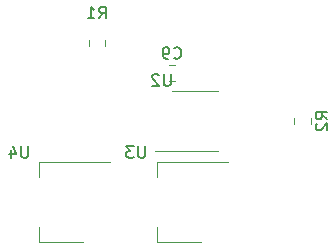
<source format=gbr>
G04 #@! TF.GenerationSoftware,KiCad,Pcbnew,(5.1.2-1)-1*
G04 #@! TF.CreationDate,2020-02-16T12:27:45-05:00*
G04 #@! TF.ProjectId,Delibird,44656c69-6269-4726-942e-6b696361645f,rev?*
G04 #@! TF.SameCoordinates,Original*
G04 #@! TF.FileFunction,Legend,Bot*
G04 #@! TF.FilePolarity,Positive*
%FSLAX46Y46*%
G04 Gerber Fmt 4.6, Leading zero omitted, Abs format (unit mm)*
G04 Created by KiCad (PCBNEW (5.1.2-1)-1) date 2020-02-16 12:27:45*
%MOMM*%
%LPD*%
G04 APERTURE LIST*
%ADD10C,0.120000*%
%ADD11C,0.150000*%
G04 APERTURE END LIST*
D10*
X37218252Y-21411000D02*
X36695748Y-21411000D01*
X37218252Y-19991000D02*
X36695748Y-19991000D01*
X47296000Y-25026252D02*
X47296000Y-24503748D01*
X48716000Y-25026252D02*
X48716000Y-24503748D01*
X41667000Y-28213000D02*
X35657000Y-28213000D01*
X39417000Y-35033000D02*
X35657000Y-35033000D01*
X35657000Y-28213000D02*
X35657000Y-29473000D01*
X35657000Y-35033000D02*
X35657000Y-33773000D01*
X38927000Y-27325000D02*
X35477000Y-27325000D01*
X38927000Y-27325000D02*
X40877000Y-27325000D01*
X38927000Y-22205000D02*
X36977000Y-22205000D01*
X38927000Y-22205000D02*
X40877000Y-22205000D01*
X29897000Y-18431252D02*
X29897000Y-17908748D01*
X31317000Y-18431252D02*
X31317000Y-17908748D01*
X31684000Y-28213000D02*
X25674000Y-28213000D01*
X29434000Y-35033000D02*
X25674000Y-35033000D01*
X25674000Y-28213000D02*
X25674000Y-29473000D01*
X25674000Y-35033000D02*
X25674000Y-33773000D01*
D11*
X37123666Y-19408142D02*
X37171285Y-19455761D01*
X37314142Y-19503380D01*
X37409380Y-19503380D01*
X37552238Y-19455761D01*
X37647476Y-19360523D01*
X37695095Y-19265285D01*
X37742714Y-19074809D01*
X37742714Y-18931952D01*
X37695095Y-18741476D01*
X37647476Y-18646238D01*
X37552238Y-18551000D01*
X37409380Y-18503380D01*
X37314142Y-18503380D01*
X37171285Y-18551000D01*
X37123666Y-18598619D01*
X36647476Y-19503380D02*
X36457000Y-19503380D01*
X36361761Y-19455761D01*
X36314142Y-19408142D01*
X36218904Y-19265285D01*
X36171285Y-19074809D01*
X36171285Y-18693857D01*
X36218904Y-18598619D01*
X36266523Y-18551000D01*
X36361761Y-18503380D01*
X36552238Y-18503380D01*
X36647476Y-18551000D01*
X36695095Y-18598619D01*
X36742714Y-18693857D01*
X36742714Y-18931952D01*
X36695095Y-19027190D01*
X36647476Y-19074809D01*
X36552238Y-19122428D01*
X36361761Y-19122428D01*
X36266523Y-19074809D01*
X36218904Y-19027190D01*
X36171285Y-18931952D01*
X50108380Y-24598333D02*
X49632190Y-24265000D01*
X50108380Y-24026904D02*
X49108380Y-24026904D01*
X49108380Y-24407857D01*
X49156000Y-24503095D01*
X49203619Y-24550714D01*
X49298857Y-24598333D01*
X49441714Y-24598333D01*
X49536952Y-24550714D01*
X49584571Y-24503095D01*
X49632190Y-24407857D01*
X49632190Y-24026904D01*
X49203619Y-24979285D02*
X49156000Y-25026904D01*
X49108380Y-25122142D01*
X49108380Y-25360238D01*
X49156000Y-25455476D01*
X49203619Y-25503095D01*
X49298857Y-25550714D01*
X49394095Y-25550714D01*
X49536952Y-25503095D01*
X50108380Y-24931666D01*
X50108380Y-25550714D01*
X34670904Y-26884380D02*
X34670904Y-27693904D01*
X34623285Y-27789142D01*
X34575666Y-27836761D01*
X34480428Y-27884380D01*
X34289952Y-27884380D01*
X34194714Y-27836761D01*
X34147095Y-27789142D01*
X34099476Y-27693904D01*
X34099476Y-26884380D01*
X33718523Y-26884380D02*
X33099476Y-26884380D01*
X33432809Y-27265333D01*
X33289952Y-27265333D01*
X33194714Y-27312952D01*
X33147095Y-27360571D01*
X33099476Y-27455809D01*
X33099476Y-27693904D01*
X33147095Y-27789142D01*
X33194714Y-27836761D01*
X33289952Y-27884380D01*
X33575666Y-27884380D01*
X33670904Y-27836761D01*
X33718523Y-27789142D01*
X36829904Y-20788380D02*
X36829904Y-21597904D01*
X36782285Y-21693142D01*
X36734666Y-21740761D01*
X36639428Y-21788380D01*
X36448952Y-21788380D01*
X36353714Y-21740761D01*
X36306095Y-21693142D01*
X36258476Y-21597904D01*
X36258476Y-20788380D01*
X35829904Y-20883619D02*
X35782285Y-20836000D01*
X35687047Y-20788380D01*
X35448952Y-20788380D01*
X35353714Y-20836000D01*
X35306095Y-20883619D01*
X35258476Y-20978857D01*
X35258476Y-21074095D01*
X35306095Y-21216952D01*
X35877523Y-21788380D01*
X35258476Y-21788380D01*
X30773666Y-16073380D02*
X31107000Y-15597190D01*
X31345095Y-16073380D02*
X31345095Y-15073380D01*
X30964142Y-15073380D01*
X30868904Y-15121000D01*
X30821285Y-15168619D01*
X30773666Y-15263857D01*
X30773666Y-15406714D01*
X30821285Y-15501952D01*
X30868904Y-15549571D01*
X30964142Y-15597190D01*
X31345095Y-15597190D01*
X29821285Y-16073380D02*
X30392714Y-16073380D01*
X30107000Y-16073380D02*
X30107000Y-15073380D01*
X30202238Y-15216238D01*
X30297476Y-15311476D01*
X30392714Y-15359095D01*
X24764904Y-26884380D02*
X24764904Y-27693904D01*
X24717285Y-27789142D01*
X24669666Y-27836761D01*
X24574428Y-27884380D01*
X24383952Y-27884380D01*
X24288714Y-27836761D01*
X24241095Y-27789142D01*
X24193476Y-27693904D01*
X24193476Y-26884380D01*
X23288714Y-27217714D02*
X23288714Y-27884380D01*
X23526809Y-26836761D02*
X23764904Y-27551047D01*
X23145857Y-27551047D01*
M02*

</source>
